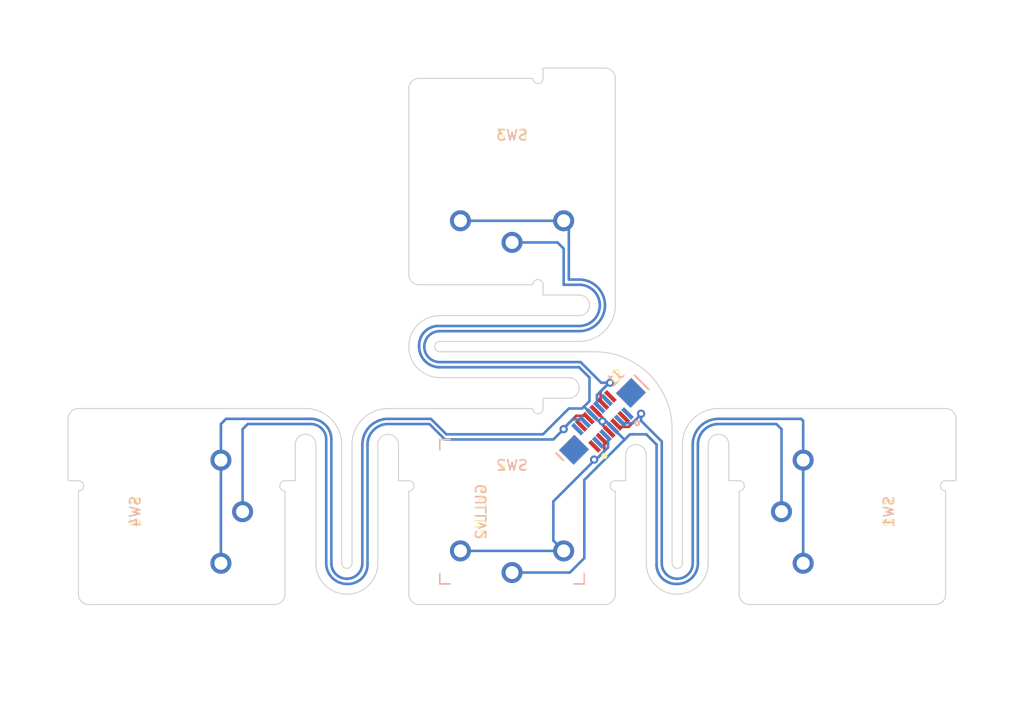
<source format=kicad_pcb>
(kicad_pcb (version 20221018) (generator pcbnew)
  (layers (0 "F.Cu" signal) (31 "B.Cu" signal) (34 "B.Paste" user) (35 "F.Paste" user) (36 "B.SilkS" user "B.Silkscreen") (37 "F.SilkS" user "F.Silkscreen") (38 "B.Mask" user) (39 "F.Mask" user) (44 "Edge.Cuts" user))
  (net 0 "")
  (net 1 "ROW_A")
  (net 2 "ROW_B")
  (net 3 "ROW_C")
  (net 4 "ROW_D")
  (net 5 "COL")
  (footprint "keyswitches:SW_PG1350_reversible" (layer "F.Cu") (at 179.5 109.5 -90)
    (fp_text reference "SW1" (at 0 -4.5 -90) (layer "F.SilkS"))
    (fp_text value "SW_Push")
    (fp_text user "${REFERENCE}" (at 0 -4.5 -90) (layer "B.SilkS") (effects (justify mirror)))
    (pad "" np_thru_hole circle (at -5.5 0 270) (size 1.7018 1.7018) (drill 1.7018) (layers "*.Cu" "*.Mask"))
    (pad "" np_thru_hole circle (at -5.22 -4.2 270) (size 0.9906 0.9906) (drill 0.9906) (layers "*.Cu" "*.Mask"))
    (pad "" np_thru_hole circle (at 0 0 270) (size 3.429 3.429) (drill 3.429) (layers "*.Cu" "*.Mask"))
    (pad "" np_thru_hole circle (at 5.22 -4.2 270) (size 0.9906 0.9906) (drill 0.9906) (layers "*.Cu" "*.Mask"))
    (pad "" np_thru_hole circle (at 5.5 0 270) (size 1.7018 1.7018) (drill 1.7018) (layers "*.Cu" "*.Mask"))
    (pad "1" thru_hole circle (at 0 5.9 270) (size 2.032 2.032) (drill 1.27) (layers "*.Cu" "*.Mask") (net 5 "COL"))
    (pad "2" thru_hole circle (at -5 3.8 270) (size 2.032 2.032) (drill 1.27) (layers "*.Cu" "*.Mask") (net 1 "ROW_A"))
    (pad "2" thru_hole circle (at 5 3.8 270) (size 2.032 2.032) (drill 1.27) (layers "*.Cu" "*.Mask") (net 1 "ROW_A"))
  )
  (footprint "keyswitches:SW_PG1350_reversible" (layer "F.Cu") (at 115.5 109.5 90)
    (fp_text reference "SW4" (at 0 -4.5 90) (layer "F.SilkS"))
    (fp_text value "SW_Push")
    (fp_text user "${REFERENCE}" (at 0 -4.5 90) (layer "B.SilkS") (effects (justify mirror)))
    (pad "" np_thru_hole circle (at -5.5 0 90) (size 1.7018 1.7018) (drill 1.7018) (layers "*.Cu" "*.Mask"))
    (pad "" np_thru_hole circle (at -5.22 -4.2 90) (size 0.9906 0.9906) (drill 0.9906) (layers "*.Cu" "*.Mask"))
    (pad "" np_thru_hole circle (at 0 0 90) (size 3.429 3.429) (drill 3.429) (layers "*.Cu" "*.Mask"))
    (pad "" np_thru_hole circle (at 5.22 -4.2 90) (size 0.9906 0.9906) (drill 0.9906) (layers "*.Cu" "*.Mask"))
    (pad "" np_thru_hole circle (at 5.5 0 90) (size 1.7018 1.7018) (drill 1.7018) (layers "*.Cu" "*.Mask"))
    (pad "1" thru_hole circle (at 0 5.9 90) (size 2.032 2.032) (drill 1.27) (layers "*.Cu" "*.Mask") (net 4 "ROW_D"))
    (pad "2" thru_hole circle (at -5 3.8 90) (size 2.032 2.032) (drill 1.27) (layers "*.Cu" "*.Mask") (net 5 "COL"))
    (pad "2" thru_hole circle (at 5 3.8 90) (size 2.032 2.032) (drill 1.27) (layers "*.Cu" "*.Mask") (net 5 "COL"))
  )
  (footprint "PCM_kikit:Tab" (layer "F.Cu") (at 190.75 103.5 180)
    (fp_text reference "T4" hide)
    (fp_text value "Tab")
  )
  (footprint "PCM_kikit:Tab" (layer "F.Cu") (at 104.25 103.5)
    (fp_text reference "T4" hide)
    (fp_text value "Tab")
  )
  (footprint "PCM_kikit:Tab" (layer "F.Cu") (at 115.5 118.75 90)
    (fp_text reference "T1" hide)
    (fp_text value "Tab")
  )
  (footprint "keyswitches:SW_PG1350_reversible" (layer "F.Cu") (at 147.5 77.5)
    (fp_text reference "SW3" (at 0 -4.5) (layer "F.SilkS"))
    (fp_text value "SW_Push")
    (fp_text user "${REFERENCE}" (at 0 -4.5) (layer "B.SilkS") (effects (justify mirror)))
    (pad "" np_thru_hole circle (at -5.5 0) (size 1.7018 1.7018) (drill 1.7018) (layers "*.Cu" "*.Mask"))
    (pad "" np_thru_hole circle (at -5.22 -4.2) (size 0.9906 0.9906) (drill 0.9906) (layers "*.Cu" "*.Mask"))
    (pad "" np_thru_hole circle (at 0 0) (size 3.429 3.429) (drill 3.429) (layers "*.Cu" "*.Mask"))
    (pad "" np_thru_hole circle (at 5.22 -4.2) (size 0.9906 0.9906) (drill 0.9906) (layers "*.Cu" "*.Mask"))
    (pad "" np_thru_hole circle (at 5.5 0) (size 1.7018 1.7018) (drill 1.7018) (layers "*.Cu" "*.Mask"))
    (pad "1" thru_hole circle (at 0 5.9) (size 2.032 2.032) (drill 1.27) (layers "*.Cu" "*.Mask") (net 5 "COL"))
    (pad "2" thru_hole circle (at -5 3.8) (size 2.032 2.032) (drill 1.27) (layers "*.Cu" "*.Mask") (net 2 "ROW_B"))
    (pad "2" thru_hole circle (at 5 3.8) (size 2.032 2.032) (drill 1.27) (layers "*.Cu" "*.Mask") (net 2 "ROW_B"))
  )
  (footprint "PCM_kikit:Tab" (layer "F.Cu") (at 179.5 118.75 90)
    (fp_text reference "T2" hide)
    (fp_text value "Tab")
  )
  (footprint "PCM_kikit:Tab" (layer "F.Cu") (at 153.5 66.25 -90)
    (fp_text reference "T4" hide)
    (fp_text value "Tab")
  )
  (footprint "Custom:GCT_FFC2A33-10-T-R_REVA_Clipped2" (layer "F.Cu") (at 156.257716 100.742284 45)
    (fp_text reference "J2" (at 3.878175 -2.12132 45) (layer "F.SilkS"))
    (fp_text value "Conn_01x05_MountingPin")
    (fp_line (start -5.35 0) (end -5.35 -0.975) (stroke (width 0.2)) (layer "F.SilkS"))
    (fp_line (start 5.35 -0.975) (end 5.35 0.975) (stroke (width 0.2)) (layer "F.SilkS"))
    (fp_circle (center -2.25 2.5) (end -2.15 2.5) (stroke (width 0.2)) (fill none) (layer "F.SilkS"))
    (pad "1" smd rect (at -2.25 1.175 45) (size 0.4 1.35) (layers "F.Cu" "F.Paste" "F.Mask"))
    (pad "2" smd rect (at -1.75 -1.175 45) (size 0.4 1.35) (layers "F.Cu" "F.Paste" "F.Mask"))
    (pad "3" smd rect (at -1.25 1.175 45) (size 0.4 1.35) (layers "F.Cu" "F.Paste" "F.Mask") (net 3 "ROW_C"))
    (pad "4" smd rect (at -0.75 -1.175 45) (size 0.4 1.35) (layers "F.Cu" "F.Paste" "F.Mask") (net 4 "ROW_D"))
    (pad "5" smd rect (at -0.25 1.175 45) (size 0.4 1.35) (layers "F.Cu" "F.Paste" "F.Mask") (net 5 "COL"))
    (pad "6" smd rect (at 0.25 -1.175 45) (size 0.4 1.35) (layers "F.Cu" "F.Paste" "F.Mask") (net 5 "COL"))
    (pad "7" smd rect (at 0.75 1.175 45) (size 0.4 1.35) (layers "F.Cu" "F.Paste" "F.Mask") (net 1 "ROW_A"))
    (pad "8" smd rect (at 1.25 -1.175 45) (size 0.4 1.35) (layers "F.Cu" "F.Paste" "F.Mask") (net 2 "ROW_B"))
    (pad "9" smd rect (at 1.75 1.175 45) (size 0.4 1.35) (layers "F.Cu" "F.Paste" "F.Mask"))
    (pad "10" smd rect (at 2.25 -1.175 45) (size 0.4 1.35) (layers "F.Cu" "F.Paste" "F.Mask"))
    (pad "S1" smd rect (at -3.9 0 45) (size 2.1 2) (layers "F.Cu" "F.Paste" "F.Mask"))
    (pad "S2" smd rect (at 3.9 0 45) (size 2.1 2) (layers "F.Cu" "F.Paste" "F.Mask"))
  )
  (footprint "keyswitches:SW_PG1350_reversible_MissingCorner" (layer "F.Cu") (at 147.5 109.5)
    (fp_text reference "SW2" (at 0 -4.5) (layer "F.SilkS"))
    (fp_text value "SW_Push")
    (fp_text user "${REFERENCE}" (at 0 -4.5) (layer "B.SilkS") (effects (justify mirror)))
    (fp_line (start -7 -7) (end -6 -7) (stroke (width 0.15)) (layer "B.SilkS"))
    (fp_line (start -7 -6) (end -7 -7) (stroke (width 0.15)) (layer "B.SilkS"))
    (fp_line (start -7 7) (end -7 6) (stroke (width 0.15)) (layer "B.SilkS"))
    (fp_line (start -6 7) (end -7 7) (stroke (width 0.15)) (layer "B.SilkS"))
    (fp_line (start 7 6) (end 7 7) (stroke (width 0.15)) (layer "B.SilkS"))
    (fp_line (start 7 7) (end 6 7) (stroke (width 0.15)) (layer "B.SilkS"))
    (fp_line (start -7 -7) (end -6 -7) (stroke (width 0.15)) (layer "F.SilkS"))
    (fp_line (start -7 -6) (end -7 -7) (stroke (width 0.15)) (layer "F.SilkS"))
    (fp_line (start -7 7) (end -7 6) (stroke (width 0.15)) (layer "F.SilkS"))
    (fp_line (start -6 7) (end -7 7) (stroke (width 0.15)) (layer "F.SilkS"))
    (fp_line (start 7 6) (end 7 7) (stroke (width 0.15)) (layer "F.SilkS"))
    (fp_line (start 7 7) (end 6 7) (stroke (width 0.15)) (layer "F.SilkS"))
    (pad "" np_thru_hole circle (at -5.5 0) (size 1.7018 1.7018) (drill 1.7018) (layers "*.Cu" "*.Mask"))
    (pad "" np_thru_hole circle (at -5.22 -4.2) (size 0.9906 0.9906) (drill 0.9906) (layers "*.Cu" "*.Mask"))
    (pad "" np_thru_hole circle (at 0 0) (size 3.429 3.429) (drill 3.429) (layers "*.Cu" "*.Mask"))
    (pad "" np_thru_hole circle (at 5.22 -4.2) (size 0.9906 0.9906) (drill 0.9906) (layers "*.Cu" "*.Mask"))
    (pad "" np_thru_hole circle (at 5.5 0) (size 1.7018 1.7018) (drill 1.7018) (layers "*.Cu" "*.Mask"))
    (pad "1" thru_hole circle (at 0 5.9) (size 2.032 2.032) (drill 1.27) (layers "*.Cu" "*.Mask") (net 5 "COL"))
    (pad "2" thru_hole circle (at -5 3.8) (size 2.032 2.032) (drill 1.27) (layers "*.Cu" "*.Mask") (net 3 "ROW_C"))
    (pad "2" thru_hole circle (at 5 3.8) (size 2.032 2.032) (drill 1.27) (layers "*.Cu" "*.Mask") (net 3 "ROW_C"))
  )
  (footprint "PCM_kikit:Tab" (layer "F.Cu") (at 147.5 118.75 90)
    (fp_text reference "T3" hide)
    (fp_text value "Tab")
  )
  (footprint "Custom:GCT_FFC2A33-10-T-R_REVA_Clipped1" (layer "B.Cu") (at 156.257716 100.742284 -135)
    (fp_text reference "J1" (at -3.878175 2.12132 45) (layer "B.SilkS") (effects (justify mirror)))
    (fp_text value "Conn_01x05_MountingPin")
    (fp_line (start -5.35 -0.975) (end -5.35 0.975) (stroke (width 0.2)) (layer "B.SilkS"))
    (fp_line (start 5.35 0.975) (end 5.35 0) (stroke (width 0.2)) (layer "B.SilkS"))
    (fp_circle (center -2.25 -2.5) (end -2.15 -2.5) (stroke (width 0.2)) (fill none) (layer "B.SilkS"))
    (pad "1" smd rect (at -2.25 -1.175 225) (size 0.4 1.35) (layers "B.Cu" "B.Paste" "B.Mask"))
    (pad "2" smd rect (at -1.75 1.175 225) (size 0.4 1.35) (layers "B.Cu" "B.Paste" "B.Mask"))
    (pad "3" smd rect (at -1.25 -1.175 225) (size 0.4 1.35) (layers "B.Cu" "B.Paste" "B.Mask") (net 1 "ROW_A"))
    (pad "4" smd rect (at -0.75 1.175 225) (size 0.4 1.35) (layers "B.Cu" "B.Paste" "B.Mask") (net 2 "ROW_B"))
    (pad "5" smd rect (at -0.25 -1.175 225) (size 0.4 1.35) (layers "B.Cu" "B.Paste" "B.Mask") (net 5 "COL"))
    (pad "6" smd rect (at 0.25 1.175 225) (size 0.4 1.35) (layers "B.Cu" "B.Paste" "B.Mask") (net 5 "COL"))
    (pad "7" smd rect (at 0.75 -1.175 225) (size 0.4 1.35) (layers "B.Cu" "B.Paste" "B.Mask") (net 3 "ROW_C"))
    (pad "8" smd rect (at 1.25 1.175 225) (size 0.4 1.35) (layers "B.Cu" "B.Paste" "B.Mask") (net 4 "ROW_D"))
    (pad "9" smd rect (at 1.75 -1.175 225) (size 0.4 1.35) (layers "B.Cu" "B.Paste" "B.Mask"))
    (pad "10" smd rect (at 2.25 1.175 225) (size 0.4 1.35) (layers "B.Cu" "B.Paste" "B.Mask"))
    (pad "S1" smd rect (at -3.9 0 225) (size 2.1 2) (layers "B.Cu" "B.Paste" "B.Mask"))
    (pad "S2" smd rect (at 3.9 0 225) (size 2.1 2) (layers "B.Cu" "B.Paste" "B.Mask"))
  )
  (gr_arc (start 156.5 66.5) (mid 157.207107 66.792893) (end 157.5 67.5) (stroke (width 0.1)) (layer "Edge.Cuts"))
  (gr_line (start 126.5 106.5) (end 126.5 103) (stroke (width 0.1)) (layer "Edge.Cuts"))
  (gr_line (start 125.5 106.5) (end 126.5 106.5) (stroke (width 0.1)) (layer "Edge.Cuts"))
  (gr_line (start 140.5 93) (end 154 93) (stroke (width 0.1)) (layer "Edge.Cuts"))
  (gr_arc (start 157.5 89.5) (mid 156.474874 91.974874) (end 154 93) (stroke (width 0.1)) (layer "Edge.Cuts"))
  (gr_line (start 169.5 107.5) (end 169.500001 117.499999) (stroke (width 0.1)) (layer "Edge.Cuts"))
  (gr_line (start 140.5 90.5) (end 154 90.5) (stroke (width 0.1)) (layer "Edge.Cuts"))
  (gr_line (start 163 114.5) (end 163 101.5) (stroke (width 0.1)) (layer "Edge.Cuts"))
  (gr_line (start 127.5 99.5) (end 105.5 99.5) (stroke (width 0.1)) (layer "Edge.Cuts"))
  (gr_line (start 105.5 107.5) (end 105.5 117.5) (stroke (width 0.1)) (layer "Edge.Cuts"))
  (gr_arc (start 153 96.5) (mid 154 97.5) (end 153 98.5) (stroke (width 0.1)) (layer "Edge.Cuts"))
  (gr_line (start 168.5 106.5) (end 168.5 103) (stroke (width 0.1)) (layer "Edge.Cuts"))
  (gr_line (start 150.5 87.5) (end 150.5 88.5) (stroke (width 0.1)) (layer "Edge.Cuts"))
  (gr_arc (start 125.5 117.5) (mid 125.207107 118.207107) (end 124.5 118.5) (stroke (width 0.1)) (layer "Edge.Cuts"))
  (gr_arc (start 134.5 114.5) (mid 131.5 117.5) (end 128.5 114.5) (stroke (width 0.1)) (layer "Edge.Cuts"))
  (gr_line (start 125.5 107.5) (end 125.5 117.5) (stroke (width 0.1)) (layer "Edge.Cuts"))
  (gr_line (start 134.5 114.5) (end 134.5 103) (stroke (width 0.1)) (layer "Edge.Cuts"))
  (gr_line (start 105.5 106.5) (end 104.5 106.5) (stroke (width 0.1)) (layer "Edge.Cuts"))
  (gr_arc (start 126.5 103) (mid 127.5 102) (end 128.5 103) (stroke (width 0.1)) (layer "Edge.Cuts"))
  (gr_arc (start 134.5 103) (mid 135.5 102) (end 136.5 103) (stroke (width 0.1)) (layer "Edge.Cuts"))
  (gr_line (start 167.5 99.5) (end 189.5 99.5) (stroke (width 0.1)) (layer "Edge.Cuts"))
  (gr_arc (start 155.5 94) (mid 160.803301 96.196699) (end 163 101.5) (stroke (width 0.1)) (layer "Edge.Cuts"))
  (gr_arc (start 164 103) (mid 165.025126 100.525126) (end 167.5 99.5) (stroke (width 0.1)) (layer "Edge.Cuts"))
  (gr_line (start 137.5 68.5) (end 137.5 86.5) (stroke (width 0.1)) (layer "Edge.Cuts"))
  (gr_line (start 137.5 106.5) (end 136.5 106.5) (stroke (width 0.1)) (layer "Edge.Cuts"))
  (gr_line (start 140.5 96.5) (end 153 96.5) (stroke (width 0.1)) (layer "Edge.Cuts"))
  (gr_arc (start 132 114.5) (mid 131.5 115) (end 131 114.5) (stroke (width 0.1)) (layer "Edge.Cuts"))
  (gr_arc (start 132 103) (mid 133.025126 100.525126) (end 135.5 99.5) (stroke (width 0.1)) (layer "Edge.Cuts"))
  (gr_arc (start 149.5 87.5) (mid 150 87) (end 150.5 87.5) (stroke (width 0.1)) (layer "Edge.Cuts"))
  (gr_line (start 150.5 67.5) (end 150.5 66.5) (stroke (width 0.1)) (layer "Edge.Cuts"))
  (gr_arc (start 140.5 94) (mid 140 93.5) (end 140.5 93) (stroke (width 0.1)) (layer "Edge.Cuts"))
  (gr_arc (start 138.5 87.5) (mid 137.792893 87.207107) (end 137.5 86.5) (stroke (width 0.1)) (layer "Edge.Cuts"))
  (gr_line (start 189.5 107.5) (end 189.5 117.499999) (stroke (width 0.1)) (layer "Edge.Cuts"))
  (gr_line (start 137.5 107.5) (end 137.5 117.5) (stroke (width 0.1)) (layer "Edge.Cuts"))
  (gr_line (start 104.5 106.5) (end 104.5 100.5) (stroke (width 0.1)) (layer "Edge.Cuts"))
  (gr_arc (start 138.5 118.5) (mid 137.792893 118.207107) (end 137.5 117.5) (stroke (width 0.1)) (layer "Edge.Cuts"))
  (gr_arc (start 105.5 106.5) (mid 106 107) (end 105.5 107.5) (stroke (width 0.1)) (layer "Edge.Cuts"))
  (gr_line (start 157.5 117.5) (end 157.5 107.5) (stroke (width 0.1)) (layer "Edge.Cuts"))
  (gr_line (start 157.5 67.5) (end 157.5 89.5) (stroke (width 0.1)) (layer "Edge.Cuts"))
  (gr_line (start 150.5 88.5) (end 154 88.5) (stroke (width 0.1)) (layer "Edge.Cuts"))
  (gr_line (start 149.5 67.5) (end 138.5 67.5) (stroke (width 0.1)) (layer "Edge.Cuts"))
  (gr_arc (start 164 114.5) (mid 163.5 115) (end 163 114.5) (stroke (width 0.1)) (layer "Edge.Cuts"))
  (gr_arc (start 150.5 99.5) (mid 150 100) (end 149.5 99.5) (stroke (width 0.1)) (layer "Edge.Cuts"))
  (gr_arc (start 169.5 106.5) (mid 170 107) (end 169.5 107.5) (stroke (width 0.1)) (layer "Edge.Cuts"))
  (gr_arc (start 154 88.5) (mid 155 89.5) (end 154 90.5) (stroke (width 0.1)) (layer "Edge.Cuts"))
  (gr_arc (start 150.5 67.5) (mid 150 68) (end 149.5 67.5) (stroke (width 0.1)) (layer "Edge.Cuts"))
  (gr_line (start 158.5 106.5) (end 158.5 104) (stroke (width 0.1)) (layer "Edge.Cuts"))
  (gr_line (start 166.5 114.5) (end 166.5 103) (stroke (width 0.1)) (layer "Edge.Cuts"))
  (gr_arc (start 157.5 117.5) (mid 157.207107 118.207107) (end 156.5 118.5) (stroke (width 0.1)) (layer "Edge.Cuts"))
  (gr_arc (start 104.5 100.5) (mid 104.792893 99.792893) (end 105.5 99.5) (stroke (width 0.1)) (layer "Edge.Cuts"))
  (gr_arc (start 106.5 118.5) (mid 105.792893 118.207107) (end 105.5 117.5) (stroke (width 0.1)) (layer "Edge.Cuts"))
  (gr_line (start 170.5 118.5) (end 188.5 118.5) (stroke (width 0.1)) (layer "Edge.Cuts"))
  (gr_arc (start 137.5 106.5) (mid 138 107) (end 137.5 107.5) (stroke (width 0.1)) (layer "Edge.Cuts"))
  (gr_line (start 157.5 106.5) (end 158.5 106.5) (stroke (width 0.1)) (layer "Edge.Cuts"))
  (gr_arc (start 137.5 68.5) (mid 137.792893 67.792893) (end 138.5 67.5) (stroke (width 0.1)) (layer "Edge.Cuts"))
  (gr_line (start 150.5 98.5) (end 153 98.5) (stroke (width 0.1)) (layer "Edge.Cuts"))
  (gr_arc (start 140.5 96.5) (mid 137.5 93.5) (end 140.5 90.5) (stroke (width 0.1)) (layer "Edge.Cuts"))
  (gr_line (start 190.5 106.5) (end 190.5 100.5) (stroke (width 0.1)) (layer "Edge.Cuts"))
  (gr_line (start 160.5 114.5) (end 160.5 104) (stroke (width 0.1)) (layer "Edge.Cuts"))
  (gr_line (start 138.5 118.5) (end 156.5 118.5) (stroke (width 0.1)) (layer "Edge.Cuts"))
  (gr_line (start 132 114.5) (end 132 103) (stroke (width 0.1)) (layer "Edge.Cuts"))
  (gr_arc (start 170.500001 118.499999) (mid 169.792894 118.207106) (end 169.500001 117.499999) (stroke (width 0.1)) (layer "Edge.Cuts"))
  (gr_line (start 164 114.5) (end 164 103) (stroke (width 0.1)) (layer "Edge.Cuts"))
  (gr_arc (start 125.5 107.5) (mid 125 107) (end 125.5 106.5) (stroke (width 0.1)) (layer "Edge.Cuts"))
  (gr_line (start 138.5 87.5) (end 149.5 87.5) (stroke (width 0.1)) (layer "Edge.Cuts"))
  (gr_line (start 128.5 114.5) (end 128.5 103) (stroke (width 0.1)) (layer "Edge.Cuts"))
  (gr_line (start 169.5 106.5) (end 168.5 106.5) (stroke (width 0.1)) (layer "Edge.Cuts"))
  (gr_arc (start 157.5 107.5) (mid 157 107) (end 157.5 106.5) (stroke (width 0.1)) (layer "Edge.Cuts"))
  (gr_line (start 189.5 106.5) (end 190.5 106.5) (stroke (width 0.1)) (layer "Edge.Cuts"))
  (gr_line (start 150.5 99.5) (end 150.5 98.5) (stroke (width 0.1)) (layer "Edge.Cuts"))
  (gr_line (start 140.5 94) (end 155.5 94) (stroke (width 0.1)) (layer "Edge.Cuts"))
  (gr_line (start 136.5 106.5) (end 136.5 103) (stroke (width 0.1)) (layer "Edge.Cuts"))
  (gr_arc (start 189.5 99.5) (mid 190.207107 99.792893) (end 190.5 100.5) (stroke (width 0.1)) (layer "Edge.Cuts"))
  (gr_arc (start 127.5 99.5) (mid 129.974874 100.525126) (end 131 103) (stroke (width 0.1)) (layer "Edge.Cuts"))
  (gr_arc (start 166.5 103) (mid 167.5 102) (end 168.5 103) (stroke (width 0.1)) (layer "Edge.Cuts"))
  (gr_arc (start 158.5 104) (mid 159.5 103) (end 160.5 104) (stroke (width 0.1)) (layer "Edge.Cuts"))
  (gr_line (start 135.5 99.5) (end 149.5 99.5) (stroke (width 0.1)) (layer "Edge.Cuts"))
  (gr_arc (start 189.5 107.5) (mid 189 107) (end 189.5 106.5) (stroke (width 0.1)) (layer "Edge.Cuts"))
  (gr_arc (start 189.5 117.499999) (mid 189.207107 118.207106) (end 188.5 118.499999) (stroke (width 0.1)) (layer "Edge.Cuts"))
  (gr_line (start 150.5 66.5) (end 156.5 66.5) (stroke (width 0.1)) (layer "Edge.Cuts"))
  (gr_line (start 124.5 118.5) (end 106.5 118.5) (stroke (width 0.1)) (layer "Edge.Cuts"))
  (gr_line (start 131 114.5) (end 131 103) (stroke (width 0.1)) (layer "Edge.Cuts"))
  (gr_arc (start 166.5 114.5) (mid 163.5 117.5) (end 160.5 114.5) (stroke (width 0.1)) (layer "Edge.Cuts"))
  (gr_text "GULLv2" (at 144.5 109.5 90) (layer "B.SilkS") (effects (font (size 1 1)) (justify mirror)))
  (gr_text "GULLv2" (at 144.5 109.5 90) (layer "F.SilkS") (effects (font (size 1 1))))
  (segment (start 157.855508 101.279416) (end 157.618896 101.042804) (width 0.25) (layer "F.Cu") (net 1))
  (segment (start 158.796499 101.279416) (end 157.855508 101.279416) (width 0.25) (layer "F.Cu") (net 1))
  (segment (start 160 100.075915) (end 158.796499 101.279416) (width 0.25) (layer "F.Cu") (net 1))
  (segment (start 160 100) (end 160 100.075915) (width 0.25) (layer "F.Cu") (net 1))
  (via (at 160 100) (size 0.8) (drill 0.4) (layers "F.Cu" "B.Cu") (net 1))
  (segment (start 160 100.075915) (end 159.150053 100.925862) (width 0.25) (layer "B.Cu") (net 1))
  (segment (start 159.150053 100.925862) (end 158.209061 100.925862) (width 0.25) (layer "B.Cu") (net 1))
  (segment (start 167.5 100.5) (end 175.5 100.5) (width 0.25) (layer "B.Cu") (net 1))
  (segment (start 160 100.689069) (end 162 102.689069) (width 0.25) (layer "B.Cu") (net 1))
  (segment (start 175.5 100.5) (end 175.7 100.7) (width 0.25) (layer "B.Cu") (net 1))
  (segment (start 175.7 100.7) (end 175.7 104.5) (width 0.25) (layer "B.Cu") (net 1))
  (segment (start 158.209061 100.925862) (end 157.97245 100.689251) (width 0.25) (layer "B.Cu") (net 1))
  (segment (start 165 114.5) (end 165 103) (width 0.25) (layer "B.Cu") (net 1))
  (segment (start 160 100) (end 160 100.689069) (width 0.25) (layer "B.Cu") (net 1))
  (segment (start 160 100) (end 160 100.075915) (width 0.25) (layer "B.Cu") (net 1))
  (segment (start 175.7 104.5) (end 175.7 114.5) (width 0.25) (layer "B.Cu") (net 1))
  (segment (start 162 102.689069) (end 162 114.5) (width 0.25) (layer "B.Cu") (net 1))
  (arc (start 163.5 116) (mid 164.56066 115.56066) (end 165 114.5) (width 0.25) (layer "B.Cu") (net 1))
  (arc (start 162 114.5) (mid 162.43934 115.56066) (end 163.5 116) (width 0.25) (layer "B.Cu") (net 1))
  (arc (start 165 103) (mid 165.732233 101.232233) (end 167.5 100.5) (width 0.25) (layer "B.Cu") (net 1))
  (segment (start 156.924085 97) (end 156.074138 97.849947) (width 0.25) (layer "F.Cu") (net 2))
  (segment (start 156.074138 98.790939) (end 156.310749 99.02755) (width 0.25) (layer "F.Cu") (net 2))
  (segment (start 156.074138 97.849947) (end 156.074138 98.790939) (width 0.25) (layer "F.Cu") (net 2))
  (segment (start 157 97) (end 156.924085 97) (width 0.25) (layer "F.Cu") (net 2))
  (via (at 157 97) (size 0.8) (drill 0.4) (layers "F.Cu" "B.Cu") (net 2))
  (segment (start 156.924085 97) (end 155.720584 98.203501) (width 0.25) (layer "B.Cu") (net 2))
  (segment (start 140.5 92) (end 154 92) (width 0.25) (layer "B.Cu") (net 2))
  (segment (start 154 87) (end 153 87) (width 0.25) (layer "B.Cu") (net 2))
  (segment (start 156.136396 97) (end 154.136396 95) (width 0.25) (layer "B.Cu") (net 2))
  (segment (start 153 82) (end 152.3 81.3) (width 0.25) (layer "B.Cu") (net 2))
  (segment (start 155.720584 99.144491) (end 155.957196 99.381103) (width 0.25) (layer "B.Cu") (net 2))
  (segment (start 157 97) (end 156.136396 97) (width 0.25) (layer "B.Cu") (net 2))
  (segment (start 153 87) (end 153 82) (width 0.25) (layer "B.Cu") (net 2))
  (segment (start 154.136396 95) (end 140.5 95) (width 0.25) (layer "B.Cu") (net 2))
  (segment (start 157 97) (end 156.924085 97) (width 0.25) (layer "B.Cu") (net 2))
  (segment (start 155.720584 98.203501) (end 155.720584 99.144491) (width 0.25) (layer "B.Cu") (net 2))
  (segment (start 152.3 81.3) (end 142.5 81.3) (width 0.25) (layer "B.Cu") (net 2))
  (arc (start 140.5 95) (mid 139.43934 94.56066) (end 139 93.5) (width 0.25) (layer "B.Cu") (net 2))
  (arc (start 156.5 89.5) (mid 155.767767 87.732233) (end 154 87) (width 0.25) (layer "B.Cu") (net 2))
  (arc (start 154 92) (mid 155.767767 91.267767) (end 156.5 89.5) (width 0.25) (layer "B.Cu") (net 2))
  (arc (start 139 93.5) (mid 139.43934 92.43934) (end 140.5 92) (width 0.25) (layer "B.Cu") (net 2))
  (segment (start 155.625777 104.450138) (end 156.441294 103.634621) (width 0.25) (layer "F.Cu") (net 3))
  (segment (start 156.441294 103.634621) (end 156.441294 102.693629) (width 0.25) (layer "F.Cu") (net 3))
  (segment (start 156.441294 102.693629) (end 156.204683 102.457018) (width 0.25) (layer "F.Cu") (net 3))
  (segment (start 155.450137 104.450138) (end 155.625777 104.450138) (width 0.25) (layer "F.Cu") (net 3))
  (via (at 155.450137 104.450138) (size 0.8) (drill 0.4) (layers "F.Cu" "B.Cu") (net 3))
  (segment (start 155.450137 104.450138) (end 155.450137 104.549863) (width 0.25) (layer "B.Cu") (net 3))
  (segment (start 156.794848 102.340076) (end 156.558236 102.103464) (width 0.25) (layer "B.Cu") (net 3))
  (segment (start 155.625777 104.450138) (end 156.794848 103.281067) (width 0.25) (layer "B.Cu") (net 3))
  (segment (start 156.794848 103.281067) (end 156.794848 102.340076) (width 0.25) (layer "B.Cu") (net 3))
  (segment (start 155.450137 104.549863) (end 151.5 108.5) (width 0.25) (layer "B.Cu") (net 3))
  (segment (start 155.450137 104.450138) (end 155.625777 104.450138) (width 0.25) (layer "B.Cu") (net 3))
  (segment (start 151.5 108.5) (end 151.5 112.3) (width 0.25) (layer "B.Cu") (net 3))
  (segment (start 142.5 113.3) (end 152.5 113.3) (width 0.25) (layer "B.Cu") (net 3))
  (segment (start 151.5 112.3) (end 152.5 113.3) (width 0.25) (layer "B.Cu") (net 3))
  (segment (start 154.659923 100.205152) (end 154.896535 100.441764) (width 0.25) (layer "F.Cu") (net 4))
  (segment (start 152.5 101.424085) (end 153.718933 100.205152) (width 0.25) (layer "F.Cu") (net 4))
  (segment (start 152.5 101.5) (end 152.5 101.424085) (width 0.25) (layer "F.Cu") (net 4))
  (segment (start 153.718933 100.205152) (end 154.659923 100.205152) (width 0.25) (layer "F.Cu") (net 4))
  (via (at 152.5 101.5) (size 0.8) (drill 0.4) (layers "F.Cu" "B.Cu") (net 4))
  (segment (start 151.5 102.5) (end 141 102.5) (width 0.25) (layer "B.Cu") (net 4))
  (segment (start 121.4 101.5) (end 121.4 109.5) (width 0.25) (layer "B.Cu") (net 4))
  (segment (start 152.5 101.5) (end 151.5 102.5) (width 0.25) (layer "B.Cu") (net 4))
  (segment (start 131.636396 116.5) (end 131.5 116.5) (width 0.25) (layer "B.Cu") (net 4))
  (segment (start 153.365379 100.558706) (end 154.306371 100.558706) (width 0.25) (layer "B.Cu") (net 4))
  (segment (start 152.5 101.424085) (end 153.365379 100.558706) (width 0.25) (layer "B.Cu") (net 4))
  (segment (start 129.5 114.5) (end 129.5 102.5) (width 0.25) (layer "B.Cu") (net 4))
  (segment (start 128 101) (end 121.9 101) (width 0.25) (layer "B.Cu") (net 4))
  (segment (start 154.306371 100.558706) (end 154.542982 100.795317) (width 0.25) (layer "B.Cu") (net 4))
  (segment (start 152.5 101.5) (end 152.5 101.424085) (width 0.25) (layer "B.Cu") (net 4))
  (segment (start 139.5 101) (end 135.5 101) (width 0.25) (layer "B.Cu") (net 4))
  (segment (start 141 102.5) (end 139.5 101) (width 0.25) (layer "B.Cu") (net 4))
  (segment (start 133.5 103) (end 133.5 114.636396) (width 0.25) (layer "B.Cu") (net 4))
  (segment (start 121.9 101) (end 121.4 101.5) (width 0.25) (layer "B.Cu") (net 4))
  (arc (start 131.5 116.5) (mid 130.085786 115.914214) (end 129.5 114.5) (width 0.25) (layer "B.Cu") (net 4))
  (arc (start 135.5 101) (mid 134.085786 101.585786) (end 133.5 103) (width 0.25) (layer "B.Cu") (net 4))
  (arc (start 129.5 102.5) (mid 129.06066 101.43934) (end 128 101) (width 0.25) (layer "B.Cu") (net 4))
  (arc (start 133.5 114.636396) (mid 132.954163 115.954163) (end 131.636396 116.5) (width 0.25) (layer "B.Cu") (net 4))
  (segment (start 156.257716 101.095837) (end 156.257716 100.742284) (width 0.25) (layer "F.Cu") (net 5))
  (segment (start 156.257716 100.38873) (end 156.257716 100.742284) (width 0.25) (layer "F.Cu") (net 5))
  (segment (start 156.91179 101.749911) (end 156.257716 101.095837) (width 0.25) (layer "F.Cu") (net 5))
  (segment (start 155.603642 99.734657) (end 156.257716 100.38873) (width 0.25) (layer "F.Cu") (net 5))
  (via (at 156.257716 100.742284) (size 0.8) (drill 0.4) (layers "F.Cu" "B.Cu") (net 5))
  (segment (start 141.136396 102) (end 150.5 102) (width 0.25) (layer "B.Cu") (net 5))
  (segment (start 155.603255 90.700182) (end 155.416133 90.916133) (width 0.25) (layer "B.Cu") (net 5))
  (segment (start 130.218897 115.285061) (end 130.357481 115.475804) (width 0.25) (layer "B.Cu") (net 5))
  (segment (start 131.5 116) (end 131.617886 115.997881) (width 0.25) (layer "B.Cu") (net 5))
  (segment (start 164.700182 116.103255) (end 164.916133 115.916133) (width 0.25) (layer "B.Cu") (net 5))
  (segment (start 132.781103 115.285061) (end 132.888141 115.074987) (width 0.25) (layer "B.Cu") (net 5))
  (segment (start 140.357067 95.497738) (end 140.5 95.5) (width 0.25) (layer "B.Cu") (net 5))
  (segment (start 139.469198 91.725623) (end 139.245193 91.869582) (width 0.25) (layer "B.Cu") (net 5))
  (segment (start 161.725623 115.530802) (end 161.869582 115.754807) (width 0.25) (layer "B.Cu") (net 5))
  (segment (start 165.497611 114.642872) (end 165.5 114.5) (width 0.25) (layer "B.Cu") (net 5))
  (segment (start 155 98.782233) (end 154.472056 99.310177) (width 0.25) (layer "B.Cu") (net 5))
  (segment (start 133 114.5) (end 133 103) (width 0.25) (layer "B.Cu") (net 5))
  (segment (start 161.5 114.636396) (end 161.502095 114.769534) (width 0.25) (layer "B.Cu") (net 5))
  (segment (start 139.299307 95.103208) (end 139.539792 95.257761) (width 0.25) (layer "B.Cu") (net 5))
  (segment (start 165.5 114.5) (end 165.5 103) (width 0.25) (layer "B.Cu") (net 5))
  (segment (start 138.622769 94.199435) (end 138.741518 94.45947) (width 0.25) (layer "B.Cu") (net 5))
  (segment (start 154.282233 99.5) (end 154.472056 99.310177) (width 0.25) (layer "B.Cu") (net 5))
  (segment (start 128.142872 100.502389) (end 128.425707 100.543054) (width 0.25) (layer "B.Cu") (net 5))
  (segment (start 167.074293 101.043054) (end 167.357128 101.002389) (width 0.25) (layer "B.Cu") (net 5))
  (segment (start 132.960998 114.850755) (end 132.997881 114.617886) (width 0.25) (layer "B.Cu") (net 5))
  (segment (start 162.245193 116.130418) (end 162.469198 116.274377) (width 0.25) (layer "B.Cu") (net 5))
  (segment (start 155.603255 88.299818) (end 155.75774 88.540201) (width 0.25) (layer "B.Cu") (net 5))
  (segment (start 134.205414 100.858494) (end 134.472983 100.718063) (width 0.25) (layer "B.Cu") (net 5))
  (segment (start 165.103255 115.700182) (end 165.25774 115.459799) (width 0.25) (layer "B.Cu") (net 5))
  (segment (start 129.876442 101.800123) (end 129.956946 102.074293) (width 0.25) (layer "B.Cu") (net 5))
  (segment (start 132.888141 115.074987) (end 132.960998 114.850755) (width 0.25) (layer "B.Cu") (net 5))
  (segment (start 163.230466 116.497905) (end 163.363604 116.5) (width 0.25) (layer "B.Cu") (net 5))
  (segment (start 159.136396 102) (end 160.502347 102) (width 0.25) (layer "B.Cu") (net 5))
  (segment (start 140.230466 91.502095) (end 139.966901 91.53999) (width 0.25) (layer "B.Cu") (net 5))
  (segment (start 119.3 101) (end 119.8 100.5) (width 0.25) (layer "B.Cu") (net 5))
  (segment (start 166.083867 101.583867) (end 166.299818 101.396745) (width 0.25) (layer "B.Cu") (net 5))
  (segment (start 165.543054 102.574293) (end 165.623558 102.300123) (width 0.25) (layer "B.Cu") (net 5))
  (segment (start 154.699877 87.623558) (end 154.959799 87.74226) (width 0.25) (layer "B.Cu") (net 5))
  (segment (start 129.956946 102.074293) (end 129.997611 102.357128) (width 0.25) (layer "B.Cu") (net 5))
  (segment (start 133.956723 101.030153) (end 134.205414 100.858494) (width 0.25) (layer "B.Cu") (net 5))
  (segment (start 165.25774 115.459799) (end 165.376442 115.199877) (width 0.25) (layer "B.Cu") (net 5))
  (segment (start 152.5 84) (end 152.5 87.5) (width 0.25) (layer "B.Cu") (net 5))
  (segment (start 173.6 101.5) (end 173.6 109.5) (width 0.25) (layer "B.Cu") (net 5))
  (segment (start 147.5 115.4) (end 153.1 115.4) (width 0.25) (layer "B.Cu") (net 5))
  (segment (start 154.959799 91.25774) (end 154.699877 91.376442) (width 0.25) (layer "B.Cu") (net 5))
  (segment (start 131.382114 115.997881) (end 131.5 116) (width 0.25) (layer "B.Cu") (net 5))
  (segment (start 138.502095 93.230466) (end 138.5 93.363604) (width 0.25) (layer "B.Cu") (net 5))
  (segment (start 130.524196 115.642519) (end 130.714939 115.781103) (width 0.25) (layer "B.Cu") (net 5))
  (segment (start 154.5 114) (end 154.5 106.424873) (width 0.25) (layer "B.Cu") (net 5))
  (segment (start 156.611269 100.742284) (end 157.265343 101.396358) (width 0.25) (layer "B.Cu") (net 5))
  (segment (start 162.043955 115.956045) (end 162.245193 116.130418) (width 0.25) (layer "B.Cu") (net 5))
  (segment (start 139.799824 95.376516) (end 140.07411 95.457054) (width 0.25) (layer "B.Cu") (net 5))
  (segment (start 140.363604 91.5) (end 140.230466 91.502095) (width 0.25) (layer "B.Cu") (net 5))
  (segment (start 130.925013 115.888141) (end 131.149245 115.960998) (width 0.25) (layer "B.Cu") (net 5))
  (segment (start 135.04893 100.538591) (end 135.348909 100.502166) (width 0.25) (layer "B.Cu") (net 5))
  (segment (start 131.617886 115.997881) (end 131.850755 115.960998) (width 0.25) (layer "B.Cu") (net 5))
  (segment (start 130 114.5) (end 130.002119 114.617886) (width 0.25) (layer "B.Cu") (net 5))
  (segment (start 119.3 114.5) (end 119.3 101) (width 0.25) (layer "B.Cu") (net 5))
  (segment (start 132.997881 114.617886) (end 133 114.5) (width 0.25) (layer "B.Cu") (net 5))
  (segment (start 128 100.5) (end 128.142872 100.502389) (width 0.25) (layer "B.Cu") (net 5))
  (segment (start 152.502389 87.502389) (end 154.142872 87.502389) (width 0.25) (layer "B.Cu") (net 5))
  (segment (start 139.638562 100.502166) (end 141.136396 102) (width 0.25) (layer "B.Cu") (net 5))
  (segment (start 133.002166 102.848909) (end 133.038591 102.54893) (width 0.25) (layer "B.Cu") (net 5))
  (segment (start 155.876442 90.199877) (end 155.75774 90.459799) (width 0.25) (layer "B.Cu") (net 5))
  (segment (start 165.5 103) (end 165.502389 102.857128) (width 0.25) (layer "B.Cu") (net 5))
  (segment (start 162.469198 116.274377) (end 162.711411 116.384992) (width 0.25) (layer "B.Cu") (net 5))
  (segment (start 165.376442 115.199877) (end 165.456946 114.925707) (width 0.25) (layer "B.Cu") (net 5))
  (segment (start 128.959799 100.74226) (end 129.200182 100.896745) (width 0.25) (layer "B.Cu") (net 5))
  (segment (start 130.357481 115.475804) (end 130.524196 115.642519) (width 0.25) (layer "B.Cu") (net 5))
  (segment (start 129.603255 101.299818) (end 129.75774 101.540201) (width 0.25) (layer "B.Cu") (net 5))
  (segment (start 140.07411 95.457054) (end 140.357067 95.497738) (width 0.25) (layer "B.Cu") (net 5))
  (segment (start 164.916133 115.916133) (end 165.103255 115.700182) (width 0.25) (layer "B.Cu") (net 5))
  (segment (start 133.530153 101.456723) (end 133.730537 101.230537) (width 0.25) (layer "B.Cu") (net 5))
  (segment (start 138.53999 92.966901) (end 138.502095 93.230466) (width 0.25) (layer "B.Cu") (net 5))
  (segment (start 138.5 93.5) (end 138.499256 93.499256) (width 0.25) (layer "B.Cu") (net 5))
  (segment (start 165.896745 101.799818) (end 166.083867 101.583867) (width 0.25) (layer "B.Cu") (net 5))
  (segment (start 140.5 95.5) (end 154 95.5) (width 0.25) (layer "B.Cu") (net 5))
  (segment (start 150.5 102) (end 153 99.5) (width 0.25) (layer "B.Cu") (net 5))
  (segment (start 154.472056 99.310177) (end 155.250089 100.08821) (width 0.25) (layer "B.Cu") (net 5))
  (segment (start 163.363604 116.5) (end 163.5 116.5) (width 0.25) (layer "B.Cu") (net 5))
  (segment (start 130.039002 114.850755) (end 130.111859 115.074987) (width 0.25) (layer "B.Cu") (net 5))
  (segment (start 154 95.5) (end 155 96.5) (width 0.25) (layer "B.Cu") (net 5))
  (segment (start 153 99.5) (end 154.282233 99.5) (width 0.25) (layer "B.Cu") (net 5))
  (segment (start 161.53999 115.033099) (end 161.615008 115.288589) (width 0.25) (layer "B.Cu") (net 5))
  (segment (start 129.75774 101.540201) (end 129.876442 101.800123) (width 0.25) (layer "B.Cu") (net 5))
  (segment (start 133.110907 102.255529) (end 133.218063 101.972983) (width 0.25) (layer "B.Cu") (net 5))
  (segment (start 155.416133 88.083867) (end 155.603255 88.299818) (width 0.25) (layer "B.Cu") (net 5))
  (segment (start 130.111859 115.074987) (end 130.218897 115.285061) (width 0.25) (layer "B.Cu") (net 5))
  (segment (start 155.200182 87.896745) (end 155.416133 88.083867) (width 0.25) (layer "B.Cu") (net 5))
  (segment (start 132.642519 115.475804) (end 132.781103 115.285061) (width 0.25) (layer "B.Cu") (net 5))
  (segment (start 135.348909 100.502166) (end 139.638562 100.502166) (width 0.25) (layer "B.Cu") (net 5))
  (segment (start 155.904162 100.742284) (end 156.257716 100.742284) (width 0.25) (layer "B.Cu") (net 5))
  (segment (start 138.501559 93.642189) (end 138.542236 93.925147) (width 0.25) (layer "B.Cu") (net 5))
  (segment (start 166.299818 101.396745) (end 166.540201 101.24226) (width 0.25) (layer "B.Cu") (net 5))
  (segment (start 165.623558 102.300123) (end 165.74226 102.040201) (width 0.25) (layer "B.Cu") (net 5))
  (segment (start 131.850755 115.960998) (end 132.074987 115.888141) (width 0.25) (layer "B.Cu") (net 5))
  (segment (start 155 96.5) (end 155 98.782233) (width 0.25) (layer "B.Cu") (net 5))
  (segment (start 130.714939 115.781103) (end 130.925013 115.888141) (width 0.25) (layer "B.Cu") (net 5))
  (segment (start 159.133307 102.003089) (end 159.136396 102) (width 0.25) (layer "B.Cu") (net 5))
  (segment (start 133.218063 101.972983) (end 133.358494 101.705414) (width 0.25) (layer "B.Cu") (net 5))
  (segment (start 155.75774 88.540201) (end 155.876442 88.800123) (width 0.25) (layer "B.Cu") (net 5))
  (segment (start 138.896066 94.699958) (end 139.083266 94.916003) (width 0.25) (layer "B.Cu") (net 5))
  (segment (start 138.5 93.363604) (end 138.5 93.5) (width 0.25) (layer "B.Cu") (net 5))
  (segment (start 164.199877 116.376442) (end 164.459799 116.25774) (width 0.25) (layer "B.Cu") (net 5))
  (segment (start 155.876442 88.800123) (end 155.956946 89.074293) (width 0.25) (layer "B.Cu") (net 5))
  (segment (start 161.502095 114.769534) (end 161.53999 115.033099) (width 0.25) (layer "B.Cu") (net 5))
  (segment (start 160.502347 102) (end 161.5 102.997653) (width 0.25) (layer "B.Cu") (net 5))
  (segment (start 138.869582 92.245193) (end 138.725623 92.469198) (width 0.25) (layer "B.Cu") (net 5))
  (segment (start 129.416133 101.083867) (end 129.603255 101.299818) (width 0.25) (layer "B.Cu") (net 5))
  (segment (start 158.921784 102.003089) (end 159.133307 102.003089) (width 0.25) (layer "B.Cu") (net 5))
  (segment (start 154.425707 87.543054) (end 154.699877 87.623558) (width 0.25) (layer "B.Cu") (net 5))
  (segment (start 166.800123 101.123558) (end 167.074293 101.043054) (width 0.25) (layer "B.Cu") (net 5))
  (segment (start 133.358494 101.705414) (end 133.530153 101.456723) (width 0.25) (layer "B.Cu") (net 5))
  (segment (start 139.083266 94.916003) (end 139.299307 95.103208) (width 0.25) (layer "B.Cu") (net 5))
  (segment (start 133.038591 102.54893) (end 133.110907 102.255529) (width 0.25) (layer "B.Cu") (net 5))
  (segment (start 139.966901 91.53999) (end 139.711411 91.615008) (width 0.25) (layer "B.Cu") (net 5))
  (segment (start 163.925707 116.456946) (end 164.199877 116.376442) (width 0.25) (layer "B.Cu") (net 5))
  (segment (start 165.456946 114.925707) (end 165.497611 114.642872) (width 0.25) (layer "B.Cu") (net 5))
  (segment (start 138.725623 92.469198) (end 138.615008 92.711411) (width 0.25) (layer "B.Cu") (net 5))
  (segment (start 132.074987 115.888141) (end 132.285061 115.781103) (width 0.25) (layer "B.Cu") (net 5))
  (segment (start 134.472983 100.718063) (end 134.755529 100.610907) (width 0.25) (layer "B.Cu") (net 5))
  (segment (start 155.416133 90.916133) (end 155.200182 91.103255) (width 0.25) (layer "B.Cu") (net 5))
  (segment (start 152.5 87.5) (end 152.502389 87.502389) (width 0.25) (layer "B.Cu") (net 5))
  (segment (start 165.74226 102.040201) (end 165.896745 101.799818) (width 0.25) (layer "B.Cu") (net 5))
  (segment (start 163.5 116.5) (end 163.642872 116.497611) (width 0.25) (layer "B.Cu") (net 5))
  (segment (start 155.997611 89.642872) (end 155.956946 89.925707) (width 0.25) (layer "B.Cu") (net 5))
  (segment (start 154.5 106.424873) (end 158.396929 102.527944) (width 0.25) (layer "B.Cu") (net 5))
  (segment (start 130 102.5) (end 130 114.5) (width 0.25) (layer "B.Cu") (net 5))
  (segment (start 128.699877 100.623558) (end 128.959799 100.74226) (width 0.25) (layer "B.Cu") (net 5))
  (segment (start 154 91.5) (end 140.363604 91.5) (width 0.25) (layer "B.Cu") (net 5))
  (segment (start 139.539792 95.257761) (end 139.799824 95.376516) (width 0.25) (layer "B.Cu") (net 5))
  (segment (start 132.475804 115.642519) (end 132.642519 115.475804) (width 0.25) (layer "B.Cu") (net 5))
  (segment (start 139.043955 92.043955) (end 138.869582 92.245193) (width 0.25) (layer "B.Cu") (net 5))
  (segment (start 129.997611 102.357128) (end 130 102.5) (width 0.25) (layer "B.Cu") (net 5))
  (segment (start 138.741518 94.45947) (end 138.896066 94.699958) (width 0.25) (layer "B.Cu") (net 5))
  (segment (start 153.1 115.4) (end 154.5 114) (width 0.25) (layer "B.Cu") (net 5))
  (segment (start 155.956946 89.074293) (end 155.997611 89.357128) (width 0.25) (layer "B.Cu") (net 5))
  (segment (start 132.285061 115.781103) (end 132.475804 115.642519) (width 0.25) (layer "B.Cu") (net 5))
  (segment (start 155.200182 91.103255) (end 154.959799 91.25774) (width 0.25) (layer "B.Cu") (net 5))
  (segment (start 133.730537 101.230537) (end 133.956723 101.030153) (width 0.25) (layer "B.Cu") (net 5))
  (segment (start 158.396929 102.527944) (end 158.921784 102.003089) (width 0.25) (layer "B.Cu") (net 5))
  (segment (start 161.869582 115.754807) (end 162.043955 115.956045) (width 0.25) (layer "B.Cu") (net 5))
  (segment (start 156.257716 100.742284) (end 156.611269 100.742284) (width 0.25) (layer "B.Cu") (net 5))
  (segment (start 155.956946 89.925707) (end 155.876442 90.199877) (width 0.25) (layer "B.Cu") (net 5))
  (segment (start 138.542236 93.925147) (end 138.622769 94.199435) (width 0.25) (layer "B.Cu") (net 5))
  (segment (start 165.502389 102.857128) (end 165.543054 102.574293) (width 0.25) (layer "B.Cu") (net 5))
  (segment (start 161.5 102.997653) (end 161.5 114.636396) (width 0.25) (layer "B.Cu") (net 5))
  (segment (start 151.9 83.4) (end 152.5 84) (width 0.25) (layer "B.Cu") (net 5))
  (segment (start 154.142872 87.502389) (end 154.425707 87.543054) (width 0.25) (layer "B.Cu") (net 5))
  (segment (start 154.959799 87.74226) (end 155.200182 87.896745) (width 0.25) (layer "B.Cu") (net 5))
  (segment (start 156 89.5) (end 155.997611 89.642872) (width 0.25) (layer "B.Cu") (net 5))
  (segment (start 166.540201 101.24226) (end 166.800123 101.123558) (width 0.25) (layer "B.Cu") (net 5))
  (segment (start 154.699877 91.376442) (end 154.425707 91.456946) (width 0.25) (layer "B.Cu") (net 5))
  (segment (start 155.75774 90.459799) (end 155.603255 90.700182) (width 0.25) (layer "B.Cu") (net 5))
  (segment (start 119.8 100.5) (end 128 100.5) (width 0.25) (layer "B.Cu") (net 5))
  (segment (start 154.425707 91.456946) (end 154.142872 91.497611) (width 0.25) (layer "B.Cu") (net 5))
  (segment (start 155.997611 89.357128) (end 156 89.5) (width 0.25) (layer "B.Cu") (net 5))
  (segment (start 131.149245 115.960998) (end 131.382114 115.997881) (width 0.25) (layer "B.Cu") (net 5))
  (segment (start 162.966901 116.46001) (end 163.230466 116.497905) (width 0.25) (layer "B.Cu") (net 5))
  (segment (start 155.250089 100.08821) (end 155.904162 100.742284) (width 0.25) (layer "B.Cu") (net 5))
  (segment (start 164.459799 116.25774) (end 164.700182 116.103255) (width 0.25) (layer "B.Cu") (net 5))
  (segment (start 173.1 101) (end 173.6 101.5) (width 0.25) (layer "B.Cu") (net 5))
  (segment (start 167.357128 101.002389) (end 167.5 101) (width 0.25) (layer "B.Cu") (net 5))
  (segment (start 139.245193 91.869582) (end 139.043955 92.043955) (width 0.25) (layer "B.Cu") (net 5))
  (segment (start 130.002119 114.617886) (end 130.039002 114.850755) (width 0.25) (layer "B.Cu") (net 5))
  (segment (start 163.642872 116.497611) (end 163.925707 116.456946) (width 0.25) (layer "B.Cu") (net 5))
  (segment (start 167.5 101) (end 173.1 101) (width 0.25) (layer "B.Cu") (net 5))
  (segment (start 133 103) (end 133.002166 102.848909) (width 0.25) (layer "B.Cu") (net 5))
  (segment (start 154.142872 91.497611) (end 154 91.5) (width 0.25) (layer "B.Cu") (net 5))
  (segment (start 138.499256 93.499256) (end 138.501559 93.642189) (width 0.25) (layer "B.Cu") (net 5))
  (segment (start 157.265343 101.396358) (end 158.396929 102.527944) (width 0.25) (layer "B.Cu") (net 5))
  (segment (start 139.711411 91.615008) (end 139.469198 91.725623) (width 0.25) (layer "B.Cu") (net 5))
  (segment (start 129.200182 100.896745) (end 129.416133 101.083867) (width 0.25) (layer "B.Cu") (net 5))
  (segment (start 162.711411 116.384992) (end 162.966901 116.46001) (width 0.25) (layer "B.Cu") (net 5))
  (segment (start 138.615008 92.711411) (end 138.53999 92.966901) (width 0.25) (layer "B.Cu") (net 5))
  (segment (start 147.5 83.4) (end 151.9 83.4) (width 0.25) (layer "B.Cu") (net 5))
  (segment (start 161.615008 115.288589) (end 161.725623 115.530802) (width 0.25) (layer "B.Cu") (net 5))
  (segment (start 128.425707 100.543054) (end 128.699877 100.623558) (width 0.25) (layer "B.Cu") (net 5))
  (segment (start 134.755529 100.610907) (end 135.04893 100.538591) (width 0.25) (layer "B.Cu") (net 5))
)
</source>
